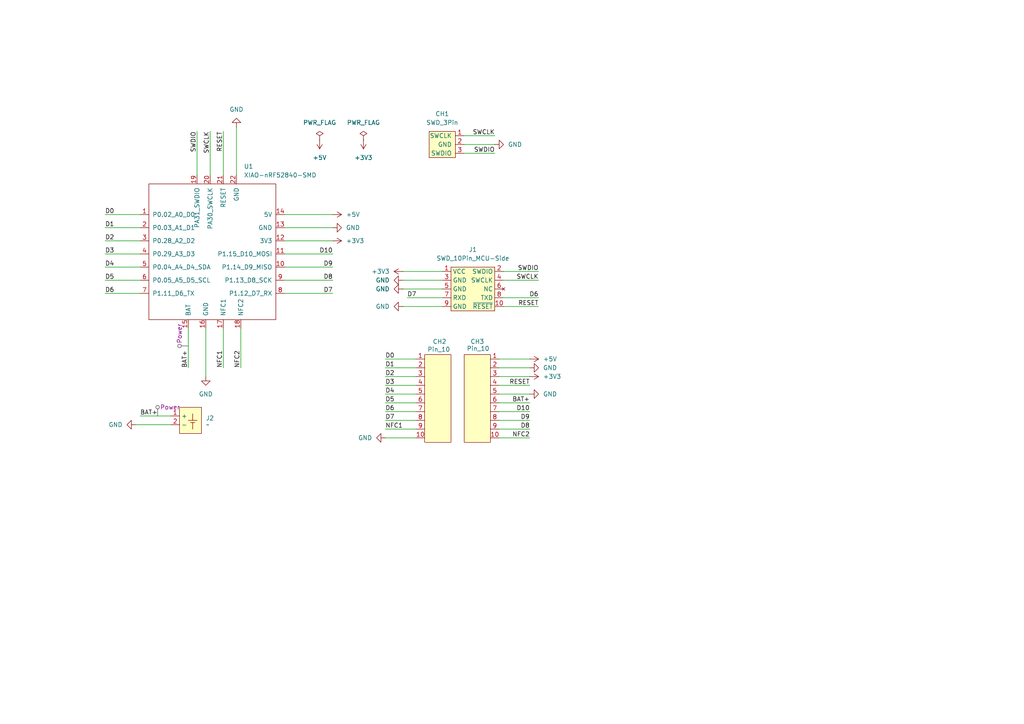
<source format=kicad_sch>
(kicad_sch (version 20250114) (generator "eeschema") (generator_version "9.0")
  (paper "A4")
  (lib_symbols
    (symbol "74th_Interface:BatteryPin"
      (property "Reference" "J" (at 0 6.35 0))
      (symbol "BatteryPin_1_1"
        (rectangle (start -3.81 3.81) (end 2.54 -3.81) (fill (type background)))
        (polyline (pts (xy -1.27 0) (xy 1.27 0)))
        (polyline (pts (xy -0.635 -0.635) (xy 0.635 -0.635)))
        (polyline (pts (xy 0 0) (xy 0 1.905)))
        (polyline (pts (xy 0 -0.635) (xy 0 -2.54)))
        (pin input line (at -6.35 1.27 0) (length 2.54) (name "+") (number "1"))
        (pin input line (at -6.35 -1.27 0) (length 2.54) (name "-") (number "2"))
      )
    )
    (symbol "74th_Interface:Pin_10"
      (property "Reference" "CH" (at 0 2.54 0))
      (property "Value" "Pin_10" (at 0 5.08 0))
      (symbol "Pin_10_0_1"
        (rectangle (start -3.81 1.27) (end 3.81 -24.13) (stroke (width 0.1524)) (fill (type background)))
      )
      (symbol "Pin_10_1_1"
        (pin bidirectional line (at 6.35 0 180) (length 2.54) (name "") (number "1"))
        (pin bidirectional line (at 6.35 -2.54 180) (length 2.54) (name "") (number "2"))
        (pin bidirectional line (at 6.35 -5.08 180) (length 2.54) (name "") (number "3"))
        (pin bidirectional line (at 6.35 -7.62 180) (length 2.54) (name "") (number "4"))
        (pin bidirectional line (at 6.35 -10.16 180) (length 2.54) (name "") (number "5"))
        (pin bidirectional line (at 6.35 -12.7 180) (length 2.54) (name "") (number "6"))
        (pin bidirectional line (at 6.35 -15.24 180) (length 2.54) (name "") (number "7"))
        (pin bidirectional line (at 6.35 -17.78 180) (length 2.54) (name "") (number "8"))
        (pin bidirectional line (at 6.35 -20.32 180) (length 2.54) (name "") (number "9"))
        (pin bidirectional line (at 6.35 -22.86 180) (length 2.54) (name "") (number "10"))
      )
    )
    (symbol "74th_Interface:SWD_10Pin_MCU-Side"
      (property "Reference" "J" (at 0 7.62 0))
      (property "Value" "SWD_10Pin_MCU-Side" (at 0 5.08 0))
      (symbol "SWD_10Pin_MCU-Side_0_1"
        (rectangle (start -6.35 3.81) (end 6.35 -8.89) (fill (type background)))
      )
      (symbol "SWD_10Pin_MCU-Side_1_1"
        (pin passive line (at -8.89 2.54 0) (length 2.54) (name "VCC") (number "1"))
        (pin passive line (at -8.89 0 0) (length 2.54) (name "GND") (number "3"))
        (pin passive line (at -8.89 -2.54 0) (length 2.54) (name "GND") (number "5"))
        (pin input line (at -8.89 -5.08 0) (length 2.54) (name "RXD") (number "7"))
        (pin passive line (at -8.89 -7.62 0) (length 2.54) (name "GND") (number "9"))
        (pin bidirectional line (at 8.89 2.54 180) (length 2.54) (name "SWDIO") (number "2"))
        (pin input line (at 8.89 0 180) (length 2.54) (name "SWCLK") (number "4"))
        (pin no_connect line (at 8.89 -2.54 180) (length 2.54) (name "NC") (number "6"))
        (pin output line (at 8.89 -5.08 180) (length 2.54) (name "TXD") (number "8"))
        (pin bidirectional line (at 8.89 -7.62 180) (length 2.54) (name "~{RESET}") (number "10"))
      )
    )
    (symbol "74th_Interface:SWD_3Pin" (pin_names (offset 1.016))
      (property "Reference" "CH" (at 0 7.62 0))
      (property "Value" "SWD_3Pin" (at 1.27 10.16 0))
      (symbol "SWD_3Pin_0_1"
        (rectangle (start -3.81 6.35) (end 3.81 -1.27) (fill (type background)))
      )
      (symbol "SWD_3Pin_1_1"
        (pin input line (at 6.35 5.08 180) (length 2.54) (name "SWCLK") (number "1"))
        (pin power_in line (at 6.35 2.54 180) (length 2.54) (name "GND") (number "2"))
        (pin input line (at 6.35 0 180) (length 2.54) (name "SWDIO") (number "3"))
      )
    )
    (symbol "Pin_10_1"
      (property "Reference" "CH3" (at 2.032 5.08 0))
      (property "Value" "Pin_10" (at 3.556 3.048 0))
      (symbol "Pin_10_1_0_1"
        (rectangle (start -3.81 1.27) (end 3.81 -24.13) (stroke (width 0.1524)) (fill (type background)))
      )
      (symbol "Pin_10_1_1_1"
        (pin power_in line (at 6.35 0 180) (length 2.54) (name "") (number "1"))
        (pin power_in line (at 6.35 -2.54 180) (length 2.54) (name "") (number "2"))
        (pin power_in line (at 6.35 -5.08 180) (length 2.54) (name "") (number "3"))
        (pin bidirectional line (at 6.35 -7.62 180) (length 2.54) (name "") (number "4"))
        (pin bidirectional line (at 6.35 -10.16 180) (length 2.54) (name "") (number "5"))
        (pin bidirectional line (at 6.35 -12.7 180) (length 2.54) (name "") (number "6"))
        (pin bidirectional line (at 6.35 -15.24 180) (length 2.54) (name "") (number "7"))
        (pin bidirectional line (at 6.35 -17.78 180) (length 2.54) (name "") (number "8"))
        (pin bidirectional line (at 6.35 -20.32 180) (length 2.54) (name "") (number "9"))
        (pin bidirectional line (at 6.35 -22.86 180) (length 2.54) (name "") (number "10"))
      )
    )
    (symbol "Seeed Studio XIAO:XIAO-nRF52840-SMD" (pin_names (offset 1.016))
      (property "Reference" "U" (at -18.542 23.114 0))
      (property "Value" "XIAO-nRF52840-SMD" (at -8.636 21.336 0))
      (symbol "XIAO-nRF52840-SMD_0_1"
        (rectangle (start -19.05 20.32) (end 17.78 -19.05))
      )
      (symbol "XIAO-nRF52840-SMD_1_1"
        (pin passive line (at -21.59 11.43 0) (length 2.54) (name "P0.02_A0_D0") (number "1"))
        (pin passive line (at -21.59 7.62 0) (length 2.54) (name "P0.03_A1_D1") (number "2"))
        (pin passive line (at -21.59 3.81 0) (length 2.54) (name "P0.28_A2_D2") (number "3"))
        (pin passive line (at -21.59 0 0) (length 2.54) (name "P0.29_A3_D3") (number "4"))
        (pin passive line (at -21.59 -3.81 0) (length 2.54) (name "P0.04_A4_D4_SDA") (number "5"))
        (pin passive line (at -21.59 -7.62 0) (length 2.54) (name "P0.05_A5_D5_SCL") (number "6"))
        (pin passive line (at -21.59 -11.43 0) (length 2.54) (name "P1.11_D6_TX") (number "7"))
        (pin passive line (at -7.62 -21.59 90) (length 2.54) (name "BAT") (number "15"))
        (pin passive line (at -5.08 22.86 270) (length 2.54) (name "PA31_SWDIO") (number "19"))
        (pin passive line (at -2.54 -21.59 90) (length 2.54) (name "GND") (number "16"))
        (pin passive line (at -1.27 22.86 270) (length 2.54) (name "PA30_SWCLK") (number "20"))
        (pin passive line (at 2.54 22.86 270) (length 2.54) (name "RESET") (number "21"))
        (pin passive line (at 2.54 -21.59 90) (length 2.54) (name "NFC1") (number "17"))
        (pin passive line (at 6.35 22.86 270) (length 2.54) (name "GND") (number "22"))
        (pin passive line (at 7.62 -21.59 90) (length 2.54) (name "NFC2") (number "18"))
        (pin passive line (at 20.32 11.43 180) (length 2.54) (name "5V") (number "14"))
        (pin passive line (at 20.32 7.62 180) (length 2.54) (name "GND") (number "13"))
        (pin passive line (at 20.32 3.81 180) (length 2.54) (name "3V3") (number "12"))
        (pin passive line (at 20.32 0 180) (length 2.54) (name "P1.15_D10_MOSI") (number "11"))
        (pin passive line (at 20.32 -3.81 180) (length 2.54) (name "P1.14_D9_MISO") (number "10"))
        (pin passive line (at 20.32 -7.62 180) (length 2.54) (name "P1.13_D8_SCK") (number "9"))
        (pin passive line (at 20.32 -11.43 180) (length 2.54) (name "P1.12_D7_RX") (number "8"))
      )
    )
    (symbol "power:+3V3" (power) (pin_numbers (hide yes)) (pin_names (offset 0) (hide yes))
      (property "Value" "+3V3" (at 0 3.556 0))
      (symbol "+3V3_0_1"
        (polyline (pts (xy -0.762 1.27) (xy 0 2.54)))
        (polyline (pts (xy 0 2.54) (xy 0.762 1.27)))
        (polyline (pts (xy 0 0) (xy 0 2.54)))
      )
      (symbol "+3V3_1_1"
        (pin power_in line (at 0 0 90) (length 0) (name "~") (number "1"))
      )
    )
    (symbol "power:+5V" (power) (pin_numbers (hide yes)) (pin_names (offset 0) (hide yes))
      (property "Value" "+5V" (at 0 3.556 0))
      (symbol "+5V_0_1"
        (polyline (pts (xy -0.762 1.27) (xy 0 2.54)))
        (polyline (pts (xy 0 2.54) (xy 0.762 1.27)))
        (polyline (pts (xy 0 0) (xy 0 2.54)))
      )
      (symbol "+5V_1_1"
        (pin power_in line (at 0 0 90) (length 0) (name "~") (number "1"))
      )
    )
    (symbol "power:GND" (power) (pin_numbers (hide yes)) (pin_names (offset 0) (hide yes))
      (property "Value" "GND" (at 0 -3.81 0))
      (symbol "GND_0_1"
        (polyline (pts (xy 0 0) (xy 0 -1.27) (xy 1.27 -1.27) (xy 0 -2.54) (xy -1.27 -1.27) (xy 0 -1.27)))
      )
      (symbol "GND_1_1"
        (pin power_in line (at 0 0 270) (length 0) (name "~") (number "1"))
      )
    )
    (symbol "power:PWR_FLAG" (power) (pin_numbers (hide yes)) (pin_names (offset 0) (hide yes))
      (property "Value" "PWR_FLAG" (at 0 3.81 0))
      (symbol "PWR_FLAG_0_0"
        (pin power_out line (at 0 0 90) (length 0) (name "~") (number "1"))
      )
      (symbol "PWR_FLAG_0_1"
        (polyline (pts (xy 0 0) (xy 0 1.27) (xy -1.016 1.905) (xy 0 2.54) (xy 1.016 1.905) (xy 0 1.27)))
      )
    )
  )
  (wire (pts (xy 116.84 81.28) (xy 128.27 81.28)))
  (wire (pts (xy 30.48 77.47) (xy 40.64 77.47)))
  (wire (pts (xy 111.76 106.68) (xy 120.65 106.68)))
  (wire (pts (xy 116.84 83.82) (xy 128.27 83.82)))
  (wire (pts (xy 82.55 81.28) (xy 96.52 81.28)))
  (wire (pts (xy 120.65 127) (xy 111.76 127)))
  (wire (pts (xy 144.78 111.76) (xy 153.67 111.76)))
  (wire (pts (xy 146.05 88.9) (xy 156.21 88.9)))
  (wire (pts (xy 69.85 95.25) (xy 69.85 106.68)))
  (wire (pts (xy 111.76 124.46) (xy 120.65 124.46)))
  (wire (pts (xy 82.55 62.23) (xy 96.52 62.23)))
  (wire (pts (xy 144.78 114.3) (xy 153.67 114.3)))
  (wire (pts (xy 57.15 38.1) (xy 57.15 50.8)))
  (wire (pts (xy 96.52 66.04) (xy 82.55 66.04)))
  (wire (pts (xy 111.76 109.22) (xy 120.65 109.22)))
  (wire (pts (xy 30.48 62.23) (xy 40.64 62.23)))
  (wire (pts (xy 116.84 78.74) (xy 128.27 78.74)))
  (wire (pts (xy 146.05 78.74) (xy 156.21 78.74)))
  (wire (pts (xy 144.78 121.92) (xy 153.67 121.92)))
  (wire (pts (xy 68.58 36.83) (xy 68.58 50.8)))
  (wire (pts (xy 143.51 41.91) (xy 134.62 41.91)))
  (wire (pts (xy 82.55 77.47) (xy 96.52 77.47)))
  (wire (pts (xy 111.76 104.14) (xy 120.65 104.14)))
  (wire (pts (xy 111.76 119.38) (xy 120.65 119.38)))
  (wire (pts (xy 82.55 85.09) (xy 96.52 85.09)))
  (wire (pts (xy 111.76 121.92) (xy 120.65 121.92)))
  (wire (pts (xy 144.78 119.38) (xy 153.67 119.38)))
  (wire (pts (xy 144.78 116.84) (xy 153.67 116.84)))
  (wire (pts (xy 30.48 66.04) (xy 40.64 66.04)))
  (wire (pts (xy 144.78 109.22) (xy 153.67 109.22)))
  (wire (pts (xy 118.11 86.36) (xy 128.27 86.36)))
  (wire (pts (xy 144.78 106.68) (xy 153.67 106.68)))
  (wire (pts (xy 146.05 81.28) (xy 156.21 81.28)))
  (wire (pts (xy 39.37 123.19) (xy 49.53 123.19)))
  (wire (pts (xy 30.48 73.66) (xy 40.64 73.66)))
  (wire (pts (xy 144.78 124.46) (xy 153.67 124.46)))
  (wire (pts (xy 60.96 38.1) (xy 60.96 50.8)))
  (wire (pts (xy 111.76 116.84) (xy 120.65 116.84)))
  (wire (pts (xy 64.77 95.25) (xy 64.77 106.68)))
  (wire (pts (xy 82.55 73.66) (xy 96.52 73.66)))
  (wire (pts (xy 146.05 86.36) (xy 156.21 86.36)))
  (wire (pts (xy 40.64 120.65) (xy 49.53 120.65)))
  (wire (pts (xy 64.77 38.1) (xy 64.77 50.8)))
  (wire (pts (xy 116.84 88.9) (xy 128.27 88.9)))
  (wire (pts (xy 54.61 95.25) (xy 54.61 106.68)))
  (wire (pts (xy 134.62 44.45) (xy 143.51 44.45)))
  (wire (pts (xy 144.78 104.14) (xy 153.67 104.14)))
  (wire (pts (xy 59.69 109.22) (xy 59.69 95.25)))
  (wire (pts (xy 30.48 81.28) (xy 40.64 81.28)))
  (wire (pts (xy 111.76 111.76) (xy 120.65 111.76)))
  (wire (pts (xy 111.76 114.3) (xy 120.65 114.3)))
  (wire (pts (xy 144.78 127) (xy 153.67 127)))
  (wire (pts (xy 30.48 85.09) (xy 40.64 85.09)))
  (wire (pts (xy 134.62 39.37) (xy 143.51 39.37)))
  (wire (pts (xy 30.48 69.85) (xy 40.64 69.85)))
  (wire (pts (xy 96.52 69.85) (xy 82.55 69.85)))
  (label "SWCLK" (at 156.21 81.28 180))
  (label "D7" (at 96.52 85.09 180))
  (label "NFC1" (at 111.76 124.46 0))
  (label "D6" (at 30.48 85.09 0))
  (label "D3" (at 30.48 73.66 0))
  (label "D1" (at 30.48 66.04 0))
  (label "D0" (at 111.76 104.14 0))
  (label "D4" (at 30.48 77.47 0))
  (label "SWCLK" (at 60.96 38.1 270))
  (label "D5" (at 30.48 81.28 0))
  (label "D7" (at 111.76 121.92 0))
  (label "D9" (at 96.52 77.47 180))
  (label "D6" (at 111.76 119.38 0))
  (label "D8" (at 153.67 124.46 180))
  (label "BAT+" (at 54.61 106.68 90))
  (label "D7" (at 118.11 86.36 0))
  (label "D3" (at 111.76 111.76 0))
  (label "D0" (at 30.48 62.23 0))
  (label "D10" (at 153.67 119.38 180))
  (label "NFC2" (at 69.85 106.68 90))
  (label "RESET" (at 153.67 111.76 180))
  (label "D2" (at 30.48 69.85 0))
  (label "SWDIO" (at 143.51 44.45 180))
  (label "D8" (at 96.52 81.28 180))
  (label "RESET" (at 156.21 88.9 180))
  (label "D5" (at 111.76 116.84 0))
  (label "D10" (at 96.52 73.66 180))
  (label "BAT+" (at 153.67 116.84 180))
  (label "NFC2" (at 153.67 127 180))
  (label "SWCLK" (at 143.51 39.37 180))
  (label "D1" (at 111.76 106.68 0))
  (label "D2" (at 111.76 109.22 0))
  (label "RESET" (at 64.77 38.1 270))
  (label "D9" (at 153.67 121.92 180))
  (label "D6" (at 156.21 86.36 180))
  (label "SWDIO" (at 57.15 38.1 270))
  (label "D4" (at 111.76 114.3 0))
  (label "SWDIO" (at 156.21 78.74 180))
  (label "NFC1" (at 64.77 106.68 90))
  (label "BAT+" (at 40.64 120.65 0))
  (netclass_flag "" (length 2.54) (shape round) (at 45.72 120.65 0) (property "Netclass" "Power" (at 46.4185 118.11 0) (effects (justify left))))
  (netclass_flag "" (length 2.54) (shape round) (at 54.61 100.33 90) (property "Netclass" "Power" (at 52.07 99.6315 90) (effects (justify left))))
  (symbol (lib_id "power:GND") (at 111.76 127 270) (unit 1)
    (property "Reference" "#PWR014" (effects (hide yes)))
    (property "Value" "GND" (at 107.95 127.0001 90) (effects (justify right)))
    (property "Description" "Power symbol creates a global label with name \"GND\" , ground" (effects (hide yes)))
  )
  (symbol (lib_id "power:+3V3") (at 116.84 78.74 90) (unit 1)
    (property "Reference" "#PWR03" (effects (hide yes)))
    (property "Value" "+3V3" (at 113.03 78.7399 90) (effects (justify left)))
    (property "Description" "Power symbol creates a global label with name \"+3V3\"" (effects (hide yes)))
  )
  (symbol (lib_name "Pin_10_1") (lib_id "74th_Interface:Pin_10") (at 138.43 104.14 0) (unit 1)
    (property "Reference" "CH3" (at 140.462 99.06 0) (effects (justify right)))
    (property "Value" "Pin_10" (at 141.986 101.092 0) (effects (justify right)))
    (property "Footprint" "74th:PinOut_Pin_10" (effects (hide yes)))
  )
  (symbol (lib_id "power:+5V") (at 92.71 40.64 180) (unit 1)
    (property "Reference" "#PWR015" (effects (hide yes)))
    (property "Value" "+5V" (at 92.71 45.72 0))
    (property "Description" "Power symbol creates a global label with name \"+5V\"" (effects (hide yes)))
  )
  (symbol (lib_id "power:GND") (at 59.69 109.22 0) (unit 1)
    (property "Reference" "#PWR018" (effects (hide yes)))
    (property "Value" "GND" (at 59.69 114.3 0))
    (property "Description" "Power symbol creates a global label with name \"GND\" , ground" (effects (hide yes)))
  )
  (symbol (lib_id "power:+3V3") (at 96.52 69.85 270) (unit 1)
    (property "Reference" "#PWR04" (effects (hide yes)))
    (property "Value" "+3V3" (at 100.33 69.8499 90) (effects (justify left)))
    (property "Description" "Power symbol creates a global label with name \"+3V3\"" (effects (hide yes)))
  )
  (symbol (lib_id "74th_Interface:Pin_10") (at 127 104.14 0) (mirror y) (unit 1)
    (property "Reference" "CH2" (at 125.476 99.06 0) (effects (justify right)))
    (property "Value" "Pin_10" (at 123.952 101.346 0) (effects (justify right)))
    (property "Footprint" "74th:PinOut_Pin_10" (effects (hide yes)))
  )
  (symbol (lib_id "power:GND") (at 39.37 123.19 270) (unit 1)
    (property "Reference" "#PWR017" (effects (hide yes)))
    (property "Value" "GND" (at 35.56 123.1901 90) (effects (justify right)))
    (property "Description" "Power symbol creates a global label with name \"GND\" , ground" (effects (hide yes)))
  )
  (symbol (lib_id "power:GND") (at 116.84 81.28 270) (unit 1)
    (property "Reference" "#PWR09" (effects (hide yes)))
    (property "Value" "GND" (at 113.03 81.2799 90) (effects (justify right)))
    (property "Description" "Power symbol creates a global label with name \"GND\" , ground" (effects (hide yes)))
  )
  (symbol (lib_id "power:GND") (at 153.67 114.3 90) (unit 1)
    (property "Reference" "#PWR013" (effects (hide yes)))
    (property "Value" "GND" (at 157.48 114.2999 90) (effects (justify right)))
    (property "Description" "Power symbol creates a global label with name \"GND\" , ground" (effects (hide yes)))
  )
  (symbol (lib_id "power:+5V") (at 153.67 104.14 270) (unit 1)
    (property "Reference" "#PWR010" (effects (hide yes)))
    (property "Value" "+5V" (at 157.48 104.1399 90) (effects (justify left)))
    (property "Description" "Power symbol creates a global label with name \"+5V\"" (effects (hide yes)))
  )
  (symbol (lib_id "power:GND") (at 143.51 41.91 90) (unit 1)
    (property "Reference" "#PWR01" (effects (hide yes)))
    (property "Value" "GND" (at 147.32 41.9099 90) (effects (justify right)))
    (property "Description" "Power symbol creates a global label with name \"GND\" , ground" (effects (hide yes)))
  )
  (symbol (lib_id "power:PWR_FLAG") (at 105.41 40.64 0) (unit 1)
    (property "Reference" "#FLG03" (effects (hide yes)))
    (property "Value" "PWR_FLAG" (at 105.41 35.56 0))
    (property "Description" "Special symbol for telling ERC where power comes from" (effects (hide yes)))
  )
  (symbol (lib_id "power:+3V3") (at 105.41 40.64 180) (unit 1)
    (property "Reference" "#PWR016" (effects (hide yes)))
    (property "Value" "+3V3" (at 105.41 45.72 0))
    (property "Description" "Power symbol creates a global label with name \"+3V3\"" (effects (hide yes)))
  )
  (symbol (lib_id "power:+3V3") (at 153.67 109.22 270) (unit 1)
    (property "Reference" "#PWR012" (effects (hide yes)))
    (property "Value" "+3V3" (at 157.48 109.2199 90) (effects (justify left)))
    (property "Description" "Power symbol creates a global label with name \"+3V3\"" (effects (hide yes)))
  )
  (symbol (lib_id "power:GND") (at 116.84 88.9 270) (unit 1)
    (property "Reference" "#PWR07" (effects (hide yes)))
    (property "Value" "GND" (at 113.03 88.8999 90) (effects (justify right)))
    (property "Description" "Power symbol creates a global label with name \"GND\" , ground" (effects (hide yes)))
  )
  (symbol (lib_id "power:GND") (at 68.58 36.83 180) (unit 1)
    (property "Reference" "#PWR02" (effects (hide yes)))
    (property "Value" "GND" (at 68.58 31.75 0))
    (property "Description" "Power symbol creates a global label with name \"GND\" , ground" (effects (hide yes)))
  )
  (symbol (lib_id "power:PWR_FLAG") (at 92.71 40.64 0) (unit 1)
    (property "Reference" "#FLG02" (effects (hide yes)))
    (property "Value" "PWR_FLAG" (at 92.71 35.56 0))
    (property "Description" "Special symbol for telling ERC where power comes from" (effects (hide yes)))
  )
  (symbol (lib_id "power:GND") (at 153.67 106.68 90) (unit 1)
    (property "Reference" "#PWR011" (effects (hide yes)))
    (property "Value" "GND" (at 157.48 106.6799 90) (effects (justify right)))
    (property "Description" "Power symbol creates a global label with name \"GND\" , ground" (effects (hide yes)))
  )
  (symbol (lib_id "74th_Interface:SWD_3Pin") (at 128.27 44.45 0) (unit 1)
    (property "Reference" "CH1" (at 128.27 33.02 0))
    (property "Value" "SWD_3Pin" (at 128.27 35.56 0))
    (property "Footprint" "74th:PinOut_Pin_3_2GND" (effects (hide yes)))
  )
  (symbol (lib_id "Seeed Studio XIAO:XIAO-nRF52840-SMD") (at 62.23 73.66 0) (unit 1)
    (property "Reference" "U1" (at 70.7233 48.26 0) (effects (justify left)))
    (property "Value" "XIAO-nRF52840-SMD" (at 70.7233 50.8 0) (effects (justify left)))
    (property "Footprint" "Seeed Studio XIAO:XIAO-nRF52840-SMD" (effects (hide yes)))
  )
  (symbol (lib_id "74th_Interface:BatteryPin") (at 55.88 121.92 0) (unit 1)
    (property "Reference" "J2" (at 59.69 121.2849 0) (effects (justify left)))
    (property "Value" "~" (at 59.69 123.19 0) (effects (justify left)))
    (property "Footprint" "Connector_JST:JST_PH_B2B-PH-K_1x02_P2.00mm_Vertical" (effects (hide yes)))
  )
  (symbol (lib_id "power:+5V") (at 96.52 62.23 270) (unit 1)
    (property "Reference" "#PWR05" (effects (hide yes)))
    (property "Value" "+5V" (at 100.33 62.2299 90) (effects (justify left)))
    (property "Description" "Power symbol creates a global label with name \"+5V\"" (effects (hide yes)))
  )
  (symbol (lib_id "power:GND") (at 116.84 83.82 270) (unit 1)
    (property "Reference" "#PWR08" (effects (hide yes)))
    (property "Value" "GND" (at 113.03 83.8199 90) (effects (justify right)))
    (property "Description" "Power symbol creates a global label with name \"GND\" , ground" (effects (hide yes)))
  )
  (symbol (lib_id "74th_Interface:SWD_10Pin_MCU-Side") (at 137.16 81.28 0) (unit 1)
    (property "Reference" "J1" (at 137.16 72.39 0))
    (property "Value" "SWD_10Pin_MCU-Side" (at 137.16 74.93 0))
    (property "Footprint" "74th:Connector_HalfPinHeader_SWD" (effects (hide yes)))
  )
  (symbol (lib_id "power:GND") (at 96.52 66.04 90) (unit 1)
    (property "Reference" "#PWR06" (effects (hide yes)))
    (property "Value" "GND" (at 100.33 66.0399 90) (effects (justify right)))
    (property "Description" "Power symbol creates a global label with name \"GND\" , ground" (effects (hide yes)))
  )
)
</source>
